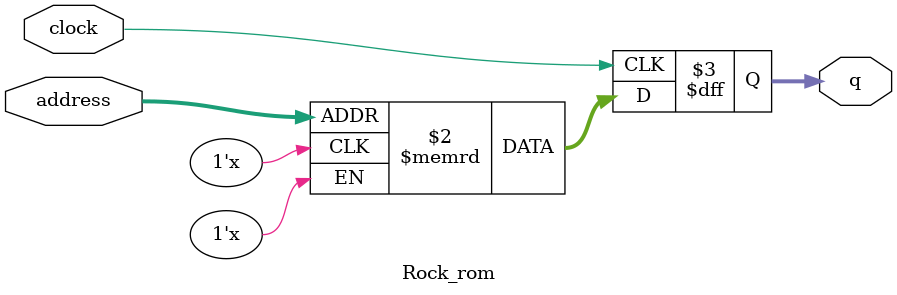
<source format=sv>
module Rock_rom (
	input logic clock,
	input logic [15:0] address,
	output logic [3:0] q
);

logic [3:0] memory [0:65535] /* synthesis ram_init_file = "./Rock/Rock.mif" */;

always_ff @ (posedge clock) begin
	q <= memory[address];
end

endmodule

</source>
